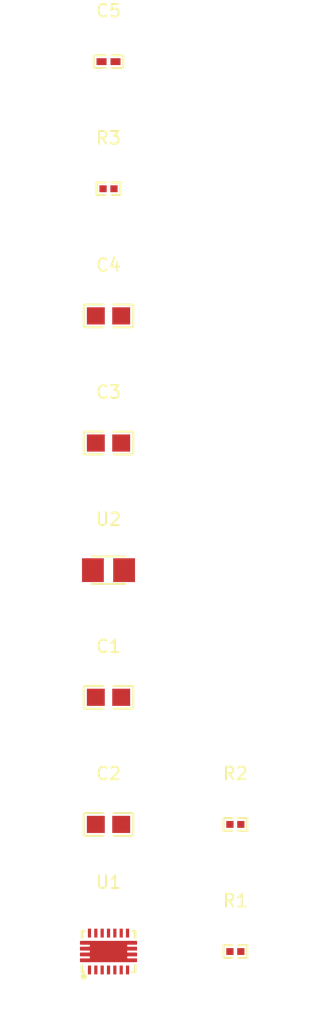
<source format=kicad_pcb>
(kicad_pcb (version 20241229) (generator "atopile") (generator_version "0.3.24")
  (layers (0 "F.Cu" signal) (31 "B.Cu" signal) (34 "B.Paste" user) (35 "F.Paste" user) (36 "B.SilkS" user "B.Silkscreen") (37 "F.SilkS" user "F.Silkscreen") (38 "B.Mask" user) (39 "F.Mask" user) (44 "Edge.Cuts" user))
  (net 0 "")
  (net 1 "EN")
  (net 2 "L2")
  (net 3 "PG")
  (net 4 "FB")
  (net 5 "L1")
  (net 6 "hv-1")
  (net 7 "hv")
  (net 8 "gnd")
  (footprint "lib:VSON-14_L4.0-W3.0-P0.50-BL-EP_TI_DSJ" (layer "F.Cu") (at 0 0 0)
    (property "Reference" "U1" (at 0 -5.45 0) (layer "F.SilkS") (hide no))
    (property "Value" "")
    (fp_line (start 2.1 -1.1) (end 2.1 -1.6) (stroke (width 0.2)) (layer "F.SilkS"))
    (fp_line (start 2.1 -1.6) (end 1.93 -1.6) (stroke (width 0.2)) (layer "F.SilkS"))
    (fp_line (start 2.1 1.1) (end 2.1 1.6) (stroke (width 0.2)) (layer "F.SilkS"))
    (fp_line (start 2.1 1.6) (end 1.93 1.6) (stroke (width 0.2)) (layer "F.SilkS"))
    (fp_line (start -2.1 -1.1) (end -2.1 -1.6) (stroke (width 0.2)) (layer "F.SilkS"))
    (fp_line (start -2.1 -1.6) (end -1.93 -1.6) (stroke (width 0.2)) (layer "F.SilkS"))
    (fp_line (start -1.93 1.6) (end -2.1 1.6) (stroke (width 0.2)) (layer "F.SilkS"))
    (fp_line (start -2.1 1.6) (end -2.1 1.1) (stroke (width 0.2)) (layer "F.SilkS"))
    (fp_arc (start -1.95 1.97) (mid -1.95 1.97) (end -1.95 1.97) (stroke (width 0.25)) (layer "F.SilkS"))
    (fp_text user "${REFERENCE}" (at 0 -5.45 0) (layer "F.SilkS"))
    (pad "1" smd rect (at -1.5 1.45 0) (size 0.25 0.7) (layers "F.Cu" "F.Paste" "F.Mask") (net 1 "EN"))
    (pad "2" smd rect (at -1 1.45 0) (size 0.25 0.7) (layers "F.Cu" "F.Paste" "F.Mask") (net 8 "gnd"))
    (pad "3" smd rect (at -0.5 1.45 0) (size 0.25 0.7) (layers "F.Cu" "F.Paste" "F.Mask") (net 4 "FB"))
    (pad "4" smd rect (at 0 1.45 0) (size 0.25 0.7) (layers "F.Cu" "F.Paste" "F.Mask") (net 7 "hv"))
    (pad "5" smd rect (at 0.5 1.45 0) (size 0.25 0.7) (layers "F.Cu" "F.Paste" "F.Mask") (net 7 "hv"))
    (pad "10" smd rect (at 0.5 -1.45 180) (size 0.25 0.7) (layers "F.Cu" "F.Paste" "F.Mask") (net 6 "hv-1"))
    (pad "11" smd rect (at 0 -1.45 180) (size 0.25 0.7) (layers "F.Cu" "F.Paste" "F.Mask") (net 6 "hv-1"))
    (pad "12" smd rect (at -0.5 -1.45 180) (size 0.25 0.7) (layers "F.Cu" "F.Paste" "F.Mask") (net 1 "EN"))
    (pad "13" smd rect (at -1 -1.45 180) (size 0.25 0.7) (layers "F.Cu" "F.Paste" "F.Mask") (net 8 "gnd"))
    (pad "14" smd rect (at -1.5 -1.45 180) (size 0.25 0.7) (layers "F.Cu" "F.Paste" "F.Mask") (net 3 "PG"))
    (pad "7" smd rect (at 1.5 1.45 0) (size 0.25 0.7) (layers "F.Cu" "F.Paste" "F.Mask") (net 2 "L2"))
    (pad "6" smd rect (at 1 1.45 0) (size 0.25 0.7) (layers "F.Cu" "F.Paste" "F.Mask") (net 2 "L2"))
    (pad "8" smd rect (at 1.5 -1.45 0) (size 0.25 0.7) (layers "F.Cu" "F.Paste" "F.Mask") (net 5 "L1"))
    (pad "9" smd rect (at 1 -1.45 0) (size 0.25 0.7) (layers "F.Cu" "F.Paste" "F.Mask") (net 5 "L1"))
    (pad "15" smd custom (at 0 0 0) (size 1 1) (layers "F.Cu" "F.Paste" "F.Mask") (primitives (gr_poly (pts (xy -2.2 -0.79) (xy -2.2 -0.59) (xy -1.43 -0.59) (xy -1.43 -0.33) (xy -2.2 -0.33) (xy -2.2 -0.13) (xy -1.43 -0.13) (xy -1.43 0.13) (xy -2.2 0.13) (xy -2.2 0.33) (xy -1.43 0.33) (xy -1.43 0.59) (xy -2.2 0.59) (xy -2.2 0.79) (xy 2.2 0.79) (xy 2.2 0.59) (xy 1.43 0.59) (xy 1.43 0.33) (xy 2.2 0.33) (xy 2.2 0.13) (xy 1.43 0.13) (xy 1.43 -0.13) (xy 2.2 -0.13) (xy 2.2 -0.33) (xy 1.43 -0.33) (xy 1.43 -0.59) (xy 2.2 -0.59) (xy 2.2 -0.79) (xy -2.2 -0.79)) (width 0.1))) (net 8 "gnd"))
  )
  (footprint "atopile:C0805-3b2e55" (layer "F.Cu") (at 0 -10 0)
    (property "Reference" "C2" (at 0 -4 0) (layer "F.SilkS") (hide no))
    (property "Value" "10µF ±10% 25V X5R")
    (fp_line (start 1.81 -0.9) (end 0.4 -0.9) (stroke (width 0.15)) (layer "F.SilkS"))
    (fp_line (start 0.4 0.9) (end 1.81 0.9) (stroke (width 0.15)) (layer "F.SilkS"))
    (fp_line (start 1.96 0.75) (end 1.96 -0.75) (stroke (width 0.15)) (layer "F.SilkS"))
    (fp_line (start -1.81 -0.9) (end -0.4 -0.9) (stroke (width 0.15)) (layer "F.SilkS"))
    (fp_line (start -0.4 0.9) (end -1.81 0.9) (stroke (width 0.15)) (layer "F.SilkS"))
    (fp_line (start -1.96 0.75) (end -1.96 -0.75) (stroke (width 0.15)) (layer "F.SilkS"))
    (fp_arc (start 1.96 0.75) (mid 1.9160660171779822 0.856066017177982) (end 1.81 0.8999999999999999) (stroke (width 0.15)) (layer "F.SilkS"))
    (fp_arc (start 1.81 -0.9) (mid 1.9160660171779822 -0.8560660171779821) (end 1.96 -0.75) (stroke (width 0.15)) (layer "F.SilkS"))
    (fp_arc (start -1.96 0.75) (mid -1.9160660171779822 0.856066017177982) (end -1.81 0.8999999999999999) (stroke (width 0.15)) (layer "F.SilkS"))
    (fp_arc (start -1.81 -0.9) (mid -1.9160660171779822 -0.8560660171779821) (end -1.96 -0.75) (stroke (width 0.15)) (layer "F.SilkS"))
    (fp_text user "${REFERENCE}" (at 0 -4 0) (layer "F.SilkS"))
    (pad "2" smd rect (at 1 0 0) (size 1.41 1.35) (layers "F.Cu" "F.Paste" "F.Mask") (net 8 "gnd"))
    (pad "1" smd rect (at -1 0 0) (size 1.41 1.35) (layers "F.Cu" "F.Paste" "F.Mask") (net 6 "hv-1"))
  )
  (footprint "atopile:C0805-3b2e55" (layer "F.Cu") (at 0 -20 0)
    (property "Reference" "C1" (at 0 -4 0) (layer "F.SilkS") (hide no))
    (property "Value" "10µF ±10% 25V X5R")
    (fp_line (start 1.81 -0.9) (end 0.4 -0.9) (stroke (width 0.15)) (layer "F.SilkS"))
    (fp_line (start 0.4 0.9) (end 1.81 0.9) (stroke (width 0.15)) (layer "F.SilkS"))
    (fp_line (start 1.96 0.75) (end 1.96 -0.75) (stroke (width 0.15)) (layer "F.SilkS"))
    (fp_line (start -1.81 -0.9) (end -0.4 -0.9) (stroke (width 0.15)) (layer "F.SilkS"))
    (fp_line (start -0.4 0.9) (end -1.81 0.9) (stroke (width 0.15)) (layer "F.SilkS"))
    (fp_line (start -1.96 0.75) (end -1.96 -0.75) (stroke (width 0.15)) (layer "F.SilkS"))
    (fp_arc (start 1.96 0.75) (mid 1.9160660171779822 0.856066017177982) (end 1.81 0.8999999999999999) (stroke (width 0.15)) (layer "F.SilkS"))
    (fp_arc (start 1.81 -0.9) (mid 1.9160660171779822 -0.8560660171779821) (end 1.96 -0.75) (stroke (width 0.15)) (layer "F.SilkS"))
    (fp_arc (start -1.96 0.75) (mid -1.9160660171779822 0.856066017177982) (end -1.81 0.8999999999999999) (stroke (width 0.15)) (layer "F.SilkS"))
    (fp_arc (start -1.81 -0.9) (mid -1.9160660171779822 -0.8560660171779821) (end -1.96 -0.75) (stroke (width 0.15)) (layer "F.SilkS"))
    (fp_text user "${REFERENCE}" (at 0 -4 0) (layer "F.SilkS"))
    (pad "2" smd rect (at 1 0 0) (size 1.41 1.35) (layers "F.Cu" "F.Paste" "F.Mask") (net 8 "gnd"))
    (pad "1" smd rect (at -1 0 0) (size 1.41 1.35) (layers "F.Cu" "F.Paste" "F.Mask") (net 6 "hv-1"))
  )
  (footprint "lib:IND-SMD_L2.5-W2.0_WPN252012H" (layer "F.Cu") (at 0 -30 0)
    (property "Reference" "U2" (at 0 -4 0) (layer "F.SilkS") (hide no))
    (property "Value" "1.5µH ±20%")
    (fp_line (start -1.33 -1.09) (end -1.33 -1.08) (stroke (width 0.15)) (layer "F.SilkS"))
    (fp_line (start -1.33 -1.08) (end 1.33 -1.08) (stroke (width 0.15)) (layer "F.SilkS"))
    (fp_line (start 1.33 -1.08) (end 1.33 -1.09) (stroke (width 0.15)) (layer "F.SilkS"))
    (fp_line (start -1.33 1.09) (end -1.33 1.08) (stroke (width 0.15)) (layer "F.SilkS"))
    (fp_line (start -1.33 1.08) (end 1.33 1.08) (stroke (width 0.15)) (layer "F.SilkS"))
    (fp_line (start 1.33 1.08) (end 1.33 1.09) (stroke (width 0.15)) (layer "F.SilkS"))
    (fp_text user "${REFERENCE}" (at 0 -4 0) (layer "F.SilkS"))
    (pad "1" smd rect (at 1.23 0 0) (size 1.72 1.87) (layers "F.Cu" "F.Paste" "F.Mask"))
    (pad "2" smd rect (at -1.23 0 0) (size 1.72 1.87) (layers "F.Cu" "F.Paste" "F.Mask"))
  )
  (footprint "atopile:C0805-3b2e55" (layer "F.Cu") (at 0 -40 0)
    (property "Reference" "C3" (at 0 -4 0) (layer "F.SilkS") (hide no))
    (property "Value" "10µF ±10% 25V X5R")
    (fp_line (start 1.81 -0.9) (end 0.4 -0.9) (stroke (width 0.15)) (layer "F.SilkS"))
    (fp_line (start 0.4 0.9) (end 1.81 0.9) (stroke (width 0.15)) (layer "F.SilkS"))
    (fp_line (start 1.96 0.75) (end 1.96 -0.75) (stroke (width 0.15)) (layer "F.SilkS"))
    (fp_line (start -1.81 -0.9) (end -0.4 -0.9) (stroke (width 0.15)) (layer "F.SilkS"))
    (fp_line (start -0.4 0.9) (end -1.81 0.9) (stroke (width 0.15)) (layer "F.SilkS"))
    (fp_line (start -1.96 0.75) (end -1.96 -0.75) (stroke (width 0.15)) (layer "F.SilkS"))
    (fp_arc (start 1.96 0.75) (mid 1.9160660171779822 0.856066017177982) (end 1.81 0.8999999999999999) (stroke (width 0.15)) (layer "F.SilkS"))
    (fp_arc (start 1.81 -0.9) (mid 1.9160660171779822 -0.8560660171779821) (end 1.96 -0.75) (stroke (width 0.15)) (layer "F.SilkS"))
    (fp_arc (start -1.96 0.75) (mid -1.9160660171779822 0.856066017177982) (end -1.81 0.8999999999999999) (stroke (width 0.15)) (layer "F.SilkS"))
    (fp_arc (start -1.81 -0.9) (mid -1.9160660171779822 -0.8560660171779821) (end -1.96 -0.75) (stroke (width 0.15)) (layer "F.SilkS"))
    (fp_text user "${REFERENCE}" (at 0 -4 0) (layer "F.SilkS"))
    (pad "2" smd rect (at 1 0 0) (size 1.41 1.35) (layers "F.Cu" "F.Paste" "F.Mask") (net 8 "gnd"))
    (pad "1" smd rect (at -1 0 0) (size 1.41 1.35) (layers "F.Cu" "F.Paste" "F.Mask") (net 7 "hv"))
  )
  (footprint "atopile:C0805-3b2e55" (layer "F.Cu") (at 0 -50 0)
    (property "Reference" "C4" (at 0 -4 0) (layer "F.SilkS") (hide no))
    (property "Value" "10µF ±10% 25V X5R")
    (fp_line (start 1.81 -0.9) (end 0.4 -0.9) (stroke (width 0.15)) (layer "F.SilkS"))
    (fp_line (start 0.4 0.9) (end 1.81 0.9) (stroke (width 0.15)) (layer "F.SilkS"))
    (fp_line (start 1.96 0.75) (end 1.96 -0.75) (stroke (width 0.15)) (layer "F.SilkS"))
    (fp_line (start -1.81 -0.9) (end -0.4 -0.9) (stroke (width 0.15)) (layer "F.SilkS"))
    (fp_line (start -0.4 0.9) (end -1.81 0.9) (stroke (width 0.15)) (layer "F.SilkS"))
    (fp_line (start -1.96 0.75) (end -1.96 -0.75) (stroke (width 0.15)) (layer "F.SilkS"))
    (fp_arc (start 1.96 0.75) (mid 1.9160660171779822 0.856066017177982) (end 1.81 0.8999999999999999) (stroke (width 0.15)) (layer "F.SilkS"))
    (fp_arc (start 1.81 -0.9) (mid 1.9160660171779822 -0.8560660171779821) (end 1.96 -0.75) (stroke (width 0.15)) (layer "F.SilkS"))
    (fp_arc (start -1.96 0.75) (mid -1.9160660171779822 0.856066017177982) (end -1.81 0.8999999999999999) (stroke (width 0.15)) (layer "F.SilkS"))
    (fp_arc (start -1.81 -0.9) (mid -1.9160660171779822 -0.8560660171779821) (end -1.96 -0.75) (stroke (width 0.15)) (layer "F.SilkS"))
    (fp_text user "${REFERENCE}" (at 0 -4 0) (layer "F.SilkS"))
    (pad "2" smd rect (at 1 0 0) (size 1.41 1.35) (layers "F.Cu" "F.Paste" "F.Mask") (net 8 "gnd"))
    (pad "1" smd rect (at -1 0 0) (size 1.41 1.35) (layers "F.Cu" "F.Paste" "F.Mask") (net 7 "hv"))
  )
  (footprint "atopile:R0402-56259e" (layer "F.Cu") (at 0 -60 0)
    (property "Reference" "R3" (at 0 -4 0) (layer "F.SilkS") (hide no))
    (property "Value" "1MΩ ±1% 62.5mW")
    (fp_line (start -0.23 0.5) (end -0.94 0.5) (stroke (width 0.15)) (layer "F.SilkS"))
    (fp_line (start -0.94 0.5) (end -0.94 -0.5) (stroke (width 0.15)) (layer "F.SilkS"))
    (fp_line (start -0.94 -0.5) (end -0.23 -0.5) (stroke (width 0.15)) (layer "F.SilkS"))
    (fp_line (start 0.23 0.5) (end 0.94 0.5) (stroke (width 0.15)) (layer "F.SilkS"))
    (fp_line (start 0.94 0.5) (end 0.94 -0.5) (stroke (width 0.15)) (layer "F.SilkS"))
    (fp_line (start 0.94 -0.5) (end 0.23 -0.5) (stroke (width 0.15)) (layer "F.SilkS"))
    (fp_text user "${REFERENCE}" (at 0 -4 0) (layer "F.SilkS"))
    (pad "2" smd rect (at 0.43 0 0) (size 0.57 0.54) (layers "F.Cu" "F.Paste" "F.Mask") (net 8 "gnd"))
    (pad "1" smd rect (at -0.43 0 0) (size 0.57 0.54) (layers "F.Cu" "F.Paste" "F.Mask") (net 3 "PG"))
  )
  (footprint "atopile:C0402-b3ef17" (layer "F.Cu") (at 0 -70 0)
    (property "Reference" "C5" (at 0 -4 0) (layer "F.SilkS") (hide no))
    (property "Value" "100nF ±10% 16V X7R")
    (fp_line (start 1.02 -0.5) (end 0.23 -0.5) (stroke (width 0.15)) (layer "F.SilkS"))
    (fp_line (start 0.23 0.5) (end 1.02 0.5) (stroke (width 0.15)) (layer "F.SilkS"))
    (fp_line (start 1.17 0.35) (end 1.17 -0.35) (stroke (width 0.15)) (layer "F.SilkS"))
    (fp_line (start -1.02 -0.5) (end -0.23 -0.5) (stroke (width 0.15)) (layer "F.SilkS"))
    (fp_line (start -0.23 0.5) (end -1.02 0.5) (stroke (width 0.15)) (layer "F.SilkS"))
    (fp_line (start -1.17 0.35) (end -1.17 -0.35) (stroke (width 0.15)) (layer "F.SilkS"))
    (fp_arc (start 1.17 0.35) (mid 1.1260660171779822 0.456066017177982) (end 1.02 0.4999999999999999) (stroke (width 0.15)) (layer "F.SilkS"))
    (fp_arc (start 1.02 -0.5) (mid 1.1260660171779822 -0.4560660171779821) (end 1.17 -0.35) (stroke (width 0.15)) (layer "F.SilkS"))
    (fp_arc (start -1.17 0.35) (mid -1.1260660171779822 0.456066017177982) (end -1.02 0.4999999999999999) (stroke (width 0.15)) (layer "F.SilkS"))
    (fp_arc (start -1.02 -0.5) (mid -1.1260660171779822 -0.4560660171779821) (end -1.17 -0.35) (stroke (width 0.15)) (layer "F.SilkS"))
    (fp_text user "${REFERENCE}" (at 0 -4 0) (layer "F.SilkS"))
    (pad "2" smd rect (at 0.55 0 0) (size 0.79 0.54) (layers "F.Cu" "F.Paste" "F.Mask") (net 8 "gnd"))
    (pad "1" smd rect (at -0.55 0 0) (size 0.79 0.54) (layers "F.Cu" "F.Paste" "F.Mask") (net 1 "EN"))
  )
  (footprint "atopile:R0402-56259e" (layer "F.Cu") (at 10 0 0)
    (property "Reference" "R1" (at 0 -4 0) (layer "F.SilkS") (hide no))
    (property "Value" "10kΩ ±1% 62.5mW")
    (fp_line (start -0.23 0.5) (end -0.94 0.5) (stroke (width 0.15)) (layer "F.SilkS"))
    (fp_line (start -0.94 0.5) (end -0.94 -0.5) (stroke (width 0.15)) (layer "F.SilkS"))
    (fp_line (start -0.94 -0.5) (end -0.23 -0.5) (stroke (width 0.15)) (layer "F.SilkS"))
    (fp_line (start 0.23 0.5) (end 0.94 0.5) (stroke (width 0.15)) (layer "F.SilkS"))
    (fp_line (start 0.94 0.5) (end 0.94 -0.5) (stroke (width 0.15)) (layer "F.SilkS"))
    (fp_line (start 0.94 -0.5) (end 0.23 -0.5) (stroke (width 0.15)) (layer "F.SilkS"))
    (fp_text user "${REFERENCE}" (at 0 -4 0) (layer "F.SilkS"))
    (pad "2" smd rect (at 0.43 0 0) (size 0.57 0.54) (layers "F.Cu" "F.Paste" "F.Mask") (net 8 "gnd"))
    (pad "1" smd rect (at -0.43 0 0) (size 0.57 0.54) (layers "F.Cu" "F.Paste" "F.Mask") (net 4 "FB"))
  )
  (footprint "atopile:R0402-56259e" (layer "F.Cu") (at 10 -10 0)
    (property "Reference" "R2" (at 0 -4 0) (layer "F.SilkS") (hide no))
    (property "Value" "56kΩ ±1% 62.5mW")
    (fp_line (start -0.23 0.5) (end -0.94 0.5) (stroke (width 0.15)) (layer "F.SilkS"))
    (fp_line (start -0.94 0.5) (end -0.94 -0.5) (stroke (width 0.15)) (layer "F.SilkS"))
    (fp_line (start -0.94 -0.5) (end -0.23 -0.5) (stroke (width 0.15)) (layer "F.SilkS"))
    (fp_line (start 0.23 0.5) (end 0.94 0.5) (stroke (width 0.15)) (layer "F.SilkS"))
    (fp_line (start 0.94 0.5) (end 0.94 -0.5) (stroke (width 0.15)) (layer "F.SilkS"))
    (fp_line (start 0.94 -0.5) (end 0.23 -0.5) (stroke (width 0.15)) (layer "F.SilkS"))
    (fp_text user "${REFERENCE}" (at 0 -4 0) (layer "F.SilkS"))
    (pad "2" smd rect (at 0.43 0 0) (size 0.57 0.54) (layers "F.Cu" "F.Paste" "F.Mask") (net 4 "FB"))
    (pad "1" smd rect (at -0.43 0 0) (size 0.57 0.54) (layers "F.Cu" "F.Paste" "F.Mask") (net 7 "hv"))
  )
)
</source>
